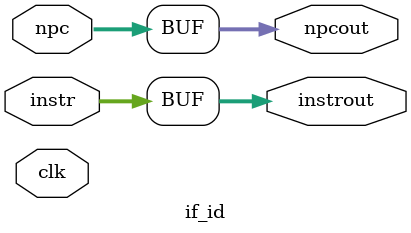
<source format=v>
`timescale 1ns / 1ps
module if_id(
		input clk,
	output reg [31:0] instrout,npcout,
   input wire [31:0] instr, npc       
				);
   initial begin
      instrout <= 0;
      npcout   <= 0;
   end
   always @* //(posedge clk)
 	begin
      #1 instrout <= instr;
      npcout <= npc;
   end
endmodule

</source>
